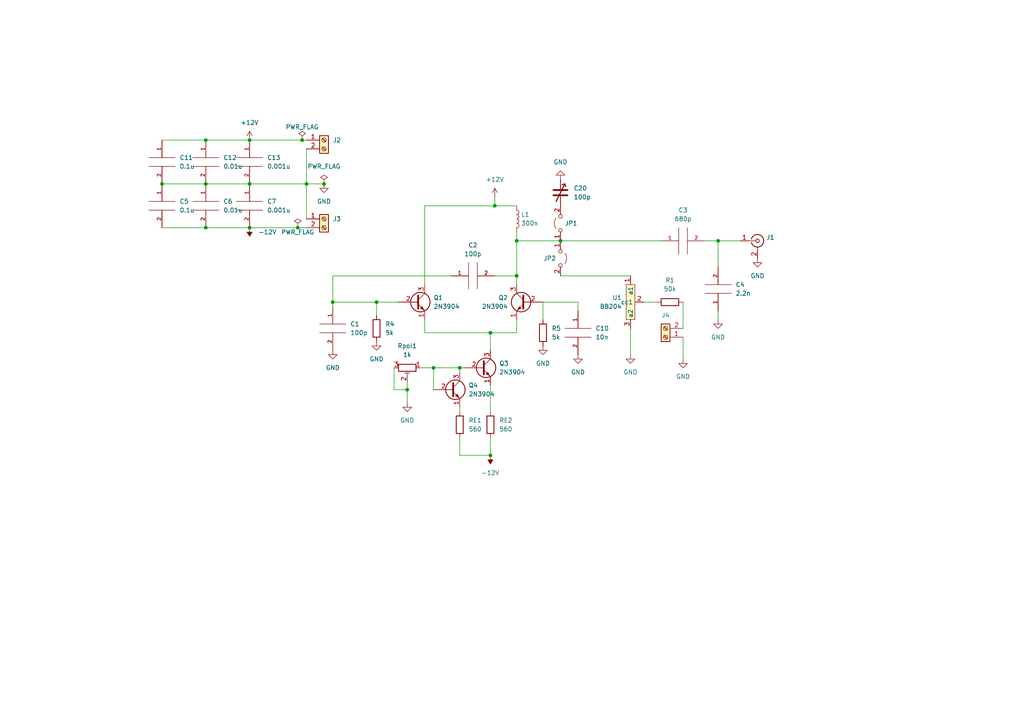
<source format=kicad_sch>
(kicad_sch (version 20211123) (generator eeschema)
  (paper "A4")
  (lib_symbols
    (symbol "Connector:Conn_Coaxial" (pin_names (offset 1.016) hide)
      (property "Reference" "J" (at 0.254 3.048 0))
      (property "Value" "Conn_Coaxial" (at 2.921 0 90))
      (symbol "Conn_Coaxial_0_1"
        (arc (start -1.778 -0.508) (mid 0.2311 -1.8066) (end 1.778 0) (stroke (width 0.254)))
        (polyline (pts (xy -2.54 0) (xy -0.508 0)))
        (polyline (pts (xy 0 -2.54) (xy 0 -1.778)))
        (circle (center 0 0) (radius 0.508) (stroke (width 0.2032)))
        (arc (start 1.778 0) (mid 0.2099 1.8101) (end -1.778 0.508) (stroke (width 0.254)))
      )
      (symbol "Conn_Coaxial_1_1"
        (pin passive line (at -5.08 0 0) (length 2.54) (name "In") (number "1"))
        (pin passive line (at 0 -5.08 90) (length 2.54) (name "Ext") (number "2"))
      )
    )
    (symbol "Connector:Screw_Terminal_01x02" (pin_names (offset 1.016) hide)
      (property "Reference" "J" (at 0 2.54 0))
      (property "Value" "Screw_Terminal_01x02" (at 0 -5.08 0))
      (symbol "Screw_Terminal_01x02_1_1"
        (rectangle (start -1.27 1.27) (end 1.27 -3.81) (stroke (width 0.254)) (fill (type background)))
        (circle (center 0 -2.54) (radius 0.635) (stroke (width 0.1524)))
        (polyline (pts (xy -0.5334 -2.2098) (xy 0.3302 -3.048)) (stroke (width 0.1524)))
        (polyline (pts (xy -0.5334 0.3302) (xy 0.3302 -0.508)) (stroke (width 0.1524)))
        (polyline (pts (xy -0.3556 -2.032) (xy 0.508 -2.8702)) (stroke (width 0.1524)))
        (polyline (pts (xy -0.3556 0.508) (xy 0.508 -0.3302)) (stroke (width 0.1524)))
        (circle (center 0 0) (radius 0.635) (stroke (width 0.1524)))
        (pin passive line (at -5.08 0 0) (length 3.81) (name "Pin_1") (number "1"))
        (pin passive line (at -5.08 -2.54 0) (length 3.81) (name "Pin_2") (number "2"))
      )
    )
    (symbol "Device:C_Variable" (pin_numbers hide) (pin_names (offset 0.254) hide)
      (property "Reference" "C" (at 0.635 -1.905 0))
      (property "Value" "C_Variable" (at 0.635 -3.81 0))
      (symbol "C_Variable_0_1"
        (polyline (pts (xy -2.032 -0.762) (xy 2.032 -0.762)) (stroke (width 0.508)))
        (polyline (pts (xy -2.032 0.762) (xy 2.032 0.762)) (stroke (width 0.508)))
        (polyline (pts (xy 1.27 2.54) (xy -1.27 -2.54)) (stroke (width 0.3048)))
        (polyline (pts (xy 1.27 2.54) (xy 0.508 2.286)) (stroke (width 0.3048)))
        (polyline (pts (xy 1.27 2.54) (xy 1.524 1.778)) (stroke (width 0.3048)))
      )
      (symbol "C_Variable_1_1"
        (pin passive line (at 0 3.81 270) (length 3.048) (name "~") (number "1"))
        (pin passive line (at 0 -3.81 90) (length 3.048) (name "~") (number "2"))
      )
    )
    (symbol "Device:L" (pin_numbers hide) (pin_names (offset 1.016) hide)
      (property "Reference" "L" (at -1.27 0 90))
      (property "Value" "L" (at 1.905 0 90))
      (symbol "L_0_1"
        (arc (start 0 -2.54) (mid 0.635 -1.905) (end 0 -1.27))
        (arc (start 0 -1.27) (mid 0.635 -0.635) (end 0 0))
        (arc (start 0 0) (mid 0.635 0.635) (end 0 1.27))
        (arc (start 0 1.27) (mid 0.635 1.905) (end 0 2.54))
      )
      (symbol "L_1_1"
        (pin passive line (at 0 3.81 270) (length 1.27) (name "1") (number "1"))
        (pin passive line (at 0 -3.81 90) (length 1.27) (name "2") (number "2"))
      )
    )
    (symbol "Device:R" (pin_numbers hide) (pin_names (offset 0))
      (property "Reference" "R" (at 2.032 0 90))
      (property "Value" "R" (at 0 0 90))
      (symbol "R_0_1"
        (rectangle (start -1.016 -2.54) (end 1.016 2.54) (stroke (width 0.254)))
      )
      (symbol "R_1_1"
        (pin passive line (at 0 3.81 270) (length 1.27) (name "~") (number "1"))
        (pin passive line (at 0 -3.81 90) (length 1.27) (name "~") (number "2"))
      )
    )
    (symbol "Device:R_Potentiometer_Trim" (pin_names (offset 1.016) hide)
      (property "Reference" "RV" (at -4.445 0 90))
      (property "Value" "R_Potentiometer_Trim" (at -2.54 0 90))
      (symbol "R_Potentiometer_Trim_0_1"
        (polyline (pts (xy 1.524 0.762) (xy 1.524 -0.762)))
        (polyline (pts (xy 2.54 0) (xy 1.524 0)))
        (rectangle (start 1.016 2.54) (end -1.016 -2.54) (stroke (width 0.254)))
      )
      (symbol "R_Potentiometer_Trim_1_1"
        (pin passive line (at 0 3.81 270) (length 1.27) (name "1") (number "1"))
        (pin passive line (at 3.81 0 180) (length 1.27) (name "2") (number "2"))
        (pin passive line (at 0 -3.81 90) (length 1.27) (name "3") (number "3"))
      )
    )
    (symbol "Jumper:Jumper_2_Open" (pin_names (offset 0) hide)
      (property "Reference" "JP" (at 0 2.794 0))
      (property "Value" "Jumper_2_Open" (at 0 -2.286 0))
      (symbol "Jumper_2_Open_0_0"
        (circle (center -2.032 0) (radius 0.508))
        (circle (center 2.032 0) (radius 0.508))
      )
      (symbol "Jumper_2_Open_0_1"
        (arc (start 1.524 1.27) (mid 0 1.778) (end -1.524 1.27))
      )
      (symbol "Jumper_2_Open_1_1"
        (pin passive line (at -5.08 0 0) (length 2.54) (name "A") (number "1"))
        (pin passive line (at 5.08 0 180) (length 2.54) (name "B") (number "2"))
      )
    )
    (symbol "New_Library:BB204"
      (property "Reference" "U" (at -8.89 -5.08 0))
      (property "Value" "BB204" (at -8.89 -7.62 0))
      (symbol "BB204_0_1"
        (rectangle (start -5.08 -5.08) (end -2.54 -15.24) (fill (type background)))
      )
      (symbol "BB204_1_1"
        (pin input line (at -3.81 -2.54 270) (length 2.54) (name "a1") (number "1"))
        (pin output line (at 0 -10.16 180) (length 2.54) (name "cc1") (number "2"))
        (pin input line (at -3.81 -17.78 90) (length 2.54) (name "a2") (number "3"))
      )
    )
    (symbol "Transistor_BJT:2N3904" (pin_names (offset 0) hide)
      (property "Reference" "Q" (at 5.08 1.905 0))
      (property "Value" "2N3904" (at 5.08 0 0))
      (symbol "2N3904_0_1"
        (polyline (pts (xy 0.635 0.635) (xy 2.54 2.54)))
        (polyline (pts (xy 0.635 -0.635) (xy 2.54 -2.54) (xy 2.54 -2.54)))
        (polyline (pts (xy 0.635 1.905) (xy 0.635 -1.905) (xy 0.635 -1.905)) (stroke (width 0.508)))
        (polyline (pts (xy 1.27 -1.778) (xy 1.778 -1.27) (xy 2.286 -2.286) (xy 1.27 -1.778) (xy 1.27 -1.778)) (fill (type outline)))
        (circle (center 1.27 0) (radius 2.8194) (stroke (width 0.254)))
      )
      (symbol "2N3904_1_1"
        (pin passive line (at 2.54 -5.08 90) (length 2.54) (name "E") (number "1"))
        (pin passive line (at -5.08 0 0) (length 5.715) (name "B") (number "2"))
        (pin passive line (at 2.54 5.08 270) (length 2.54) (name "C") (number "3"))
      )
    )
    (symbol "power:+12V" (power) (pin_names (offset 0))
      (property "Value" "+12V" (at 0 3.556 0))
      (symbol "+12V_0_1"
        (polyline (pts (xy -0.762 1.27) (xy 0 2.54)))
        (polyline (pts (xy 0 0) (xy 0 2.54)))
        (polyline (pts (xy 0 2.54) (xy 0.762 1.27)))
      )
      (symbol "+12V_1_1"
        (pin power_in line (at 0 0 90) (length 0) hide (name "+12V") (number "1"))
      )
    )
    (symbol "power:-12V" (power) (pin_names (offset 0))
      (property "Value" "-12V" (at 0 3.81 0))
      (symbol "-12V_0_0"
        (pin power_in line (at 0 0 90) (length 0) hide (name "-12V") (number "1"))
      )
      (symbol "-12V_0_1"
        (polyline (pts (xy 0 0) (xy 0 1.27) (xy 0.762 1.27) (xy 0 2.54) (xy -0.762 1.27) (xy 0 1.27)) (fill (type outline)))
      )
    )
    (symbol "power:GND" (power) (pin_names (offset 0))
      (property "Value" "GND" (at 0 -3.81 0))
      (symbol "GND_0_1"
        (polyline (pts (xy 0 0) (xy 0 -1.27) (xy 1.27 -1.27) (xy 0 -2.54) (xy -1.27 -1.27) (xy 0 -1.27)))
      )
      (symbol "GND_1_1"
        (pin power_in line (at 0 0 270) (length 0) hide (name "GND") (number "1"))
      )
    )
    (symbol "power:PWR_FLAG" (power) (pin_numbers hide) (pin_names (offset 0) hide)
      (property "Value" "PWR_FLAG" (at 0 3.81 0))
      (symbol "PWR_FLAG_0_0"
        (pin power_out line (at 0 0 90) (length 0) (name "pwr") (number "1"))
      )
      (symbol "PWR_FLAG_0_1"
        (polyline (pts (xy 0 0) (xy 0 1.27) (xy -1.016 1.905) (xy 0 2.54) (xy 1.016 1.905) (xy 0 1.27)))
      )
    )
    (symbol "pspice:CAP" (pin_names (offset 0.254))
      (property "Reference" "C" (at 2.54 3.81 90))
      (property "Value" "CAP" (at 2.54 -3.81 90))
      (symbol "CAP_0_1"
        (polyline (pts (xy -3.81 -1.27) (xy 3.81 -1.27)))
        (polyline (pts (xy -3.81 1.27) (xy 3.81 1.27)))
      )
      (symbol "CAP_1_1"
        (pin passive line (at 0 6.35 270) (length 5.08) (name "~") (number "1"))
        (pin passive line (at 0 -6.35 90) (length 5.08) (name "~") (number "2"))
      )
    )
  )
  (junction (at 59.69 66.04))
  (junction (at 125.73 106.68))
  (junction (at 118.11 113.03))
  (junction (at 87.63 40.64))
  (junction (at 72.39 53.34))
  (junction (at 142.24 96.52))
  (junction (at 72.39 40.64))
  (junction (at 59.69 53.34))
  (junction (at 93.98 53.34))
  (junction (at 96.52 87.63))
  (junction (at 149.86 80.01))
  (junction (at 142.24 132.08))
  (junction (at 88.9 53.34))
  (junction (at 149.86 69.85))
  (junction (at 46.99 53.34))
  (junction (at 59.69 40.64))
  (junction (at 109.22 87.63))
  (junction (at 133.35 106.68))
  (junction (at 72.39 66.04))
  (junction (at 143.51 59.69))
  (junction (at 86.36 66.04))
  (junction (at 162.56 69.85))
  (junction (at 208.28 69.85))
  (wire (pts (xy 87.63 40.64) (xy 88.9 40.64)))
  (wire (pts (xy 208.28 90.17) (xy 208.28 92.71)))
  (wire (pts (xy 133.35 118.11) (xy 133.35 119.38)))
  (wire (pts (xy 157.48 87.63) (xy 157.48 92.71)))
  (wire (pts (xy 88.9 53.34) (xy 88.9 63.5)))
  (wire (pts (xy 123.19 59.69) (xy 123.19 82.55)))
  (wire (pts (xy 125.73 106.68) (xy 125.73 113.03)))
  (wire (pts (xy 133.35 106.68) (xy 133.35 107.95)))
  (wire (pts (xy 133.35 106.68) (xy 134.62 106.68)))
  (wire (pts (xy 114.3 106.68) (xy 114.3 113.03)))
  (wire (pts (xy 123.19 59.69) (xy 143.51 59.69)))
  (wire (pts (xy 121.92 106.68) (xy 125.73 106.68)))
  (wire (pts (xy 123.19 92.71) (xy 123.19 96.52)))
  (wire (pts (xy 59.69 53.34) (xy 72.39 53.34)))
  (wire (pts (xy 162.56 80.01) (xy 182.88 80.01)))
  (wire (pts (xy 46.99 66.04) (xy 59.69 66.04)))
  (wire (pts (xy 86.36 66.04) (xy 88.9 66.04)))
  (wire (pts (xy 208.28 69.85) (xy 208.28 77.47)))
  (wire (pts (xy 142.24 132.08) (xy 142.24 127)))
  (wire (pts (xy 96.52 87.63) (xy 109.22 87.63)))
  (wire (pts (xy 96.52 80.01) (xy 96.52 87.63)))
  (wire (pts (xy 204.47 69.85) (xy 208.28 69.85)))
  (wire (pts (xy 162.56 69.85) (xy 191.77 69.85)))
  (wire (pts (xy 125.73 106.68) (xy 133.35 106.68)))
  (wire (pts (xy 149.86 69.85) (xy 162.56 69.85)))
  (wire (pts (xy 133.35 132.08) (xy 133.35 127)))
  (wire (pts (xy 114.3 113.03) (xy 118.11 113.03)))
  (wire (pts (xy 72.39 53.34) (xy 88.9 53.34)))
  (wire (pts (xy 198.12 97.79) (xy 198.12 104.14)))
  (wire (pts (xy 149.86 67.31) (xy 149.86 69.85)))
  (wire (pts (xy 96.52 80.01) (xy 130.81 80.01)))
  (wire (pts (xy 149.86 82.55) (xy 149.86 80.01)))
  (wire (pts (xy 186.69 87.63) (xy 190.5 87.63)))
  (wire (pts (xy 59.69 40.64) (xy 72.39 40.64)))
  (wire (pts (xy 93.98 53.34) (xy 88.9 53.34)))
  (wire (pts (xy 59.69 66.04) (xy 72.39 66.04)))
  (wire (pts (xy 109.22 87.63) (xy 115.57 87.63)))
  (wire (pts (xy 182.88 95.25) (xy 182.88 102.87)))
  (wire (pts (xy 118.11 116.84) (xy 118.11 113.03)))
  (wire (pts (xy 109.22 87.63) (xy 109.22 91.44)))
  (wire (pts (xy 149.86 59.69) (xy 143.51 59.69)))
  (wire (pts (xy 142.24 96.52) (xy 149.86 96.52)))
  (wire (pts (xy 143.51 57.15) (xy 143.51 59.69)))
  (wire (pts (xy 167.64 87.63) (xy 167.64 90.17)))
  (wire (pts (xy 72.39 66.04) (xy 86.36 66.04)))
  (wire (pts (xy 118.11 113.03) (xy 118.11 110.49)))
  (wire (pts (xy 157.48 87.63) (xy 167.64 87.63)))
  (wire (pts (xy 143.51 80.01) (xy 149.86 80.01)))
  (wire (pts (xy 142.24 111.76) (xy 142.24 119.38)))
  (wire (pts (xy 46.99 40.64) (xy 59.69 40.64)))
  (wire (pts (xy 149.86 69.85) (xy 149.86 80.01)))
  (wire (pts (xy 72.39 40.64) (xy 87.63 40.64)))
  (wire (pts (xy 142.24 96.52) (xy 142.24 101.6)))
  (wire (pts (xy 123.19 96.52) (xy 142.24 96.52)))
  (wire (pts (xy 208.28 69.85) (xy 214.63 69.85)))
  (wire (pts (xy 96.52 87.63) (xy 96.52 88.9)))
  (wire (pts (xy 198.12 87.63) (xy 198.12 95.25)))
  (wire (pts (xy 149.86 92.71) (xy 149.86 96.52)))
  (wire (pts (xy 88.9 43.18) (xy 88.9 53.34)))
  (wire (pts (xy 46.99 53.34) (xy 59.69 53.34)))
  (wire (pts (xy 133.35 132.08) (xy 142.24 132.08)))
  (symbol (lib_id "power:GND") (at 182.88 102.87 0) (unit 1)
    (property "Reference" "#PWR02" (effects hide))
    (property "Value" "GND" (at 182.88 107.95 0))
  )
  (symbol (lib_id "Device:R") (at 133.35 123.19 0) (unit 1)
    (property "Reference" "RE1" (at 135.89 121.9199 0) (effects (justify left)))
    (property "Value" "560" (at 135.89 124.4599 0) (effects (justify left)))
    (property "Footprint" "Resistor_THT:R_Axial_DIN0411_L9.9mm_D3.6mm_P12.70mm_Horizontal" (effects hide))
  )
  (symbol (lib_id "pspice:CAP") (at 72.39 59.69 0) (unit 1)
    (property "Reference" "C7" (at 77.47 58.4199 0) (effects (justify left)))
    (property "Value" "0.001u" (at 77.47 60.9599 0) (effects (justify left)))
    (property "Footprint" "Capacitor_THT:C_Disc_D7.5mm_W5.0mm_P5.00mm" (effects hide))
  )
  (symbol (lib_id "Device:L") (at 149.86 63.5 0) (unit 1)
    (property "Reference" "L1" (at 151.13 62.2299 0) (effects (justify left)))
    (property "Value" "300n" (at 151.13 64.7699 0) (effects (justify left)))
    (property "Footprint" "Inductor_THT:L_Radial_D13.5mm_P7.00mm_Fastron_09HCP" (effects hide))
  )
  (symbol (lib_id "power:GND") (at 118.11 116.84 0) (unit 1)
    (property "Reference" "#PWR0111" (effects hide))
    (property "Value" "GND" (at 118.11 121.92 0))
  )
  (symbol (lib_id "pspice:CAP") (at 46.99 59.69 0) (unit 1)
    (property "Reference" "C5" (at 52.07 58.4199 0) (effects (justify left)))
    (property "Value" "0.1u" (at 52.07 60.9599 0) (effects (justify left)))
    (property "Footprint" "Capacitor_THT:C_Disc_D7.5mm_W5.0mm_P5.00mm" (effects hide))
  )
  (symbol (lib_id "Jumper:Jumper_2_Open") (at 162.56 74.93 270) (unit 1)
    (property "Reference" "JP2" (at 161.29 74.9301 90) (effects (justify right)))
    (property "Value" "Jumper_2_Open" (effects hide))
    (property "Footprint" "Connector_PinHeader_2.54mm:PinHeader_1x02_P2.54mm_Vertical" (effects hide))
  )
  (symbol (lib_id "power:GND") (at 167.64 102.87 0) (unit 1)
    (property "Reference" "#PWR0105" (effects hide))
    (property "Value" "GND" (at 167.64 107.95 0))
  )
  (symbol (lib_id "Device:R") (at 157.48 96.52 0) (unit 1)
    (property "Reference" "R5" (at 160.02 95.2499 0) (effects (justify left)))
    (property "Value" "5k" (at 160.02 97.7899 0) (effects (justify left)))
    (property "Footprint" "Resistor_THT:R_Axial_DIN0411_L9.9mm_D3.6mm_P12.70mm_Horizontal" (effects hide))
  )
  (symbol (lib_id "Transistor_BJT:2N3904") (at 130.81 113.03 0) (unit 1)
    (property "Reference" "Q4" (at 135.89 111.7599 0) (effects (justify left)))
    (property "Value" "2N3904" (at 135.89 114.2999 0) (effects (justify left)))
    (property "Footprint" "Package_TO_SOT_THT:TO-92_Wide" (effects hide))
    (property "Datasheet" "https://www.onsemi.com/pub/Collateral/2N3903-D.PDF" (effects hide))
  )
  (symbol (lib_id "Transistor_BJT:2N3904") (at 152.4 87.63 0) (mirror y) (unit 1)
    (property "Reference" "Q2" (at 147.32 86.3599 0) (effects (justify left)))
    (property "Value" "2N3904" (at 147.32 88.8999 0) (effects (justify left)))
    (property "Footprint" "Package_TO_SOT_THT:TO-92_Wide" (effects hide))
    (property "Datasheet" "https://www.onsemi.com/pub/Collateral/2N3903-D.PDF" (effects hide))
  )
  (symbol (lib_id "Jumper:Jumper_2_Open") (at 162.56 64.77 90) (unit 1)
    (property "Reference" "JP1" (at 163.83 64.7699 90) (effects (justify right)))
    (property "Value" "Jumper_2_Open" (effects hide))
    (property "Footprint" "Connector_PinHeader_2.54mm:PinHeader_1x02_P2.54mm_Vertical" (effects hide))
  )
  (symbol (lib_id "power:PWR_FLAG") (at 86.36 66.04 0) (unit 1)
    (property "Reference" "#FLG0101" (effects hide))
    (property "Value" "PWR_FLAG" (at 86.36 67.31 0))
  )
  (symbol (lib_id "pspice:CAP") (at 96.52 95.25 0) (unit 1)
    (property "Reference" "C1" (at 101.6 93.9799 0) (effects (justify left)))
    (property "Value" "100p" (at 101.6 96.5199 0) (effects (justify left)))
    (property "Footprint" "Capacitor_THT:C_Disc_D7.5mm_W5.0mm_P5.00mm" (effects hide))
  )
  (symbol (lib_id "pspice:CAP") (at 137.16 80.01 90) (unit 1)
    (property "Reference" "C2" (at 137.16 71.12 90))
    (property "Value" "100p" (at 137.16 73.66 90))
    (property "Footprint" "Capacitor_THT:C_Disc_D7.5mm_W5.0mm_P5.00mm" (effects hide))
  )
  (symbol (lib_id "Device:R") (at 109.22 95.25 0) (unit 1)
    (property "Reference" "R4" (at 111.76 93.9799 0) (effects (justify left)))
    (property "Value" "5k" (at 111.76 96.5199 0) (effects (justify left)))
    (property "Footprint" "Resistor_THT:R_Axial_DIN0411_L9.9mm_D3.6mm_P12.70mm_Horizontal" (effects hide))
  )
  (symbol (lib_id "power:GND") (at 208.28 92.71 0) (unit 1)
    (property "Reference" "#PWR0106" (effects hide))
    (property "Value" "GND" (at 208.28 97.79 0))
  )
  (symbol (lib_id "power:-12V") (at 142.24 132.08 180) (unit 1)
    (property "Reference" "#PWR0107" (effects hide))
    (property "Value" "-12V" (at 142.24 137.16 0))
  )
  (symbol (lib_id "power:GND") (at 157.48 100.33 0) (unit 1)
    (property "Reference" "#PWR0104" (effects hide))
    (property "Value" "GND" (at 157.48 105.41 0))
  )
  (symbol (lib_id "Connector:Screw_Terminal_01x02") (at 93.98 63.5 0) (unit 1)
    (property "Reference" "J3" (at 96.52 63.4999 0) (effects (justify left)))
    (property "Value" "Screw_Terminal_01x02" (effects hide))
    (property "Footprint" "TerminalBlock_Phoenix:TerminalBlock_Phoenix_MKDS-1,5-2_1x02_P5.00mm_Horizontal" (effects hide))
  )
  (symbol (lib_id "power:GND") (at 219.71 74.93 0) (unit 1)
    (property "Reference" "#PWR0103" (effects hide))
    (property "Value" "GND" (at 219.71 80.01 0))
  )
  (symbol (lib_id "pspice:CAP") (at 167.64 96.52 0) (unit 1)
    (property "Reference" "C10" (at 172.72 95.2499 0) (effects (justify left)))
    (property "Value" "10n" (at 172.72 97.7899 0) (effects (justify left)))
    (property "Footprint" "Capacitor_THT:C_Disc_D7.5mm_W5.0mm_P5.00mm" (effects hide))
  )
  (symbol (lib_id "pspice:CAP") (at 208.28 83.82 180) (unit 1)
    (property "Reference" "C4" (at 213.36 82.5499 0) (effects (justify right)))
    (property "Value" "2.2n" (at 213.36 85.0899 0) (effects (justify right)))
    (property "Footprint" "Capacitor_THT:C_Disc_D7.5mm_W5.0mm_P5.00mm" (effects hide))
  )
  (symbol (lib_id "power:GND") (at 162.56 52.07 180) (unit 1)
    (property "Reference" "#PWR01" (effects hide))
    (property "Value" "GND" (at 162.56 46.99 0))
  )
  (symbol (lib_id "pspice:CAP") (at 59.69 46.99 0) (unit 1)
    (property "Reference" "C12" (at 64.77 45.7199 0) (effects (justify left)))
    (property "Value" "0.01u" (at 64.77 48.2599 0) (effects (justify left)))
    (property "Footprint" "Capacitor_THT:C_Disc_D7.5mm_W5.0mm_P5.00mm" (effects hide))
  )
  (symbol (lib_id "New_Library:BB204") (at 186.69 77.47 0) (unit 1)
    (property "Reference" "U1" (at 180.34 86.3599 0) (effects (justify right)))
    (property "Value" "BB204" (at 180.34 88.8999 0) (effects (justify right)))
    (property "Footprint" "Package_TO_SOT_THT:TO-92_Wide" (effects hide))
  )
  (symbol (lib_id "power:GND") (at 96.52 101.6 0) (unit 1)
    (property "Reference" "#PWR0110" (effects hide))
    (property "Value" "GND" (at 96.52 106.68 0))
  )
  (symbol (lib_id "pspice:CAP") (at 198.12 69.85 90) (unit 1)
    (property "Reference" "C3" (at 198.12 60.96 90))
    (property "Value" "680p" (at 198.12 63.5 90))
    (property "Footprint" "Capacitor_THT:C_Disc_D7.5mm_W5.0mm_P5.00mm" (effects hide))
  )
  (symbol (lib_id "pspice:CAP") (at 72.39 46.99 0) (unit 1)
    (property "Reference" "C13" (at 77.47 45.7199 0) (effects (justify left)))
    (property "Value" "0.001u" (at 77.47 48.2599 0) (effects (justify left)))
    (property "Footprint" "Capacitor_THT:C_Disc_D7.5mm_W5.0mm_P5.00mm" (effects hide))
  )
  (symbol (lib_id "Device:R") (at 194.31 87.63 90) (unit 1)
    (property "Reference" "R1" (at 194.31 81.28 90))
    (property "Value" "50k" (at 194.31 83.82 90))
    (property "Footprint" "Resistor_THT:R_Axial_DIN0411_L9.9mm_D3.6mm_P12.70mm_Horizontal" (effects hide))
  )
  (symbol (lib_id "power:+12V") (at 143.51 57.15 0) (unit 1)
    (property "Reference" "#PWR0108" (effects hide))
    (property "Value" "+12V" (at 143.51 52.07 0))
  )
  (symbol (lib_id "power:PWR_FLAG") (at 87.63 40.64 0) (unit 1)
    (property "Reference" "#FLG0102" (effects hide))
    (property "Value" "PWR_FLAG" (at 87.63 36.83 0))
  )
  (symbol (lib_id "Device:R") (at 142.24 123.19 0) (unit 1)
    (property "Reference" "RE2" (at 144.78 121.9199 0) (effects (justify left)))
    (property "Value" "560" (at 144.78 124.4599 0) (effects (justify left)))
    (property "Footprint" "Resistor_THT:R_Axial_DIN0411_L9.9mm_D3.6mm_P12.70mm_Horizontal" (effects hide))
  )
  (symbol (lib_id "power:PWR_FLAG") (at 93.98 53.34 0) (unit 1)
    (property "Reference" "#FLG0103" (effects hide))
    (property "Value" "PWR_FLAG" (at 93.98 48.26 0))
  )
  (symbol (lib_id "Connector:Screw_Terminal_01x02") (at 193.04 97.79 180) (unit 1)
    (property "Reference" "J4" (at 193.04 91.44 0))
    (property "Value" "Screw_Terminal_01x02" (effects hide))
    (property "Footprint" "TerminalBlock_Phoenix:TerminalBlock_Phoenix_MKDS-1,5-2_1x02_P5.00mm_Horizontal" (effects hide))
  )
  (symbol (lib_id "Connector:Screw_Terminal_01x02") (at 93.98 40.64 0) (unit 1)
    (property "Reference" "J2" (at 96.52 40.6399 0) (effects (justify left)))
    (property "Value" "Screw_Terminal_01x02" (effects hide))
    (property "Footprint" "TerminalBlock_Phoenix:TerminalBlock_Phoenix_MKDS-1,5-2_1x02_P5.00mm_Horizontal" (effects hide))
  )
  (symbol (lib_id "power:GND") (at 93.98 53.34 0) (unit 1)
    (property "Reference" "#PWR0109" (effects hide))
    (property "Value" "GND" (at 93.98 58.42 0))
  )
  (symbol (lib_id "pspice:CAP") (at 59.69 59.69 0) (unit 1)
    (property "Reference" "C6" (at 64.77 58.4199 0) (effects (justify left)))
    (property "Value" "0.01u" (at 64.77 60.9599 0) (effects (justify left)))
    (property "Footprint" "Capacitor_THT:C_Disc_D7.5mm_W5.0mm_P5.00mm" (effects hide))
  )
  (symbol (lib_id "Connector:Conn_Coaxial") (at 219.71 69.85 0) (unit 1)
    (property "Reference" "J1" (at 222.25 68.8731 0) (effects (justify left)))
    (property "Value" "Conn_Coaxial" (effects hide))
    (property "Footprint" "Connector_Coaxial:BNC_Amphenol_B6252HB-NPP3G-50_Horizontal" (effects hide))
    (property "Datasheet" " ~" (effects hide))
  )
  (symbol (lib_id "Transistor_BJT:2N3904") (at 139.7 106.68 0) (unit 1)
    (property "Reference" "Q3" (at 144.78 105.4099 0) (effects (justify left)))
    (property "Value" "2N3904" (at 144.78 107.9499 0) (effects (justify left)))
    (property "Footprint" "Package_TO_SOT_THT:TO-92_Wide" (effects hide))
    (property "Datasheet" "https://www.onsemi.com/pub/Collateral/2N3903-D.PDF" (effects hide))
  )
  (symbol (lib_id "Transistor_BJT:2N3904") (at 120.65 87.63 0) (unit 1)
    (property "Reference" "Q1" (at 125.73 86.3599 0) (effects (justify left)))
    (property "Value" "2N3904" (at 125.73 88.8999 0) (effects (justify left)))
    (property "Footprint" "Package_TO_SOT_THT:TO-92_Wide" (effects hide))
    (property "Datasheet" "https://www.onsemi.com/pub/Collateral/2N3903-D.PDF" (effects hide))
  )
  (symbol (lib_id "power:GND") (at 198.12 104.14 0) (unit 1)
    (property "Reference" "#PWR03" (effects hide))
    (property "Value" "GND" (at 198.12 109.22 0))
  )
  (symbol (lib_id "pspice:CAP") (at 46.99 46.99 0) (unit 1)
    (property "Reference" "C11" (at 52.07 45.7199 0) (effects (justify left)))
    (property "Value" "0.1u" (at 52.07 48.2599 0) (effects (justify left)))
    (property "Footprint" "Capacitor_THT:C_Disc_D7.5mm_W5.0mm_P5.00mm" (effects hide))
  )
  (symbol (lib_id "Device:R_Potentiometer_Trim") (at 118.11 106.68 270) (unit 1)
    (property "Reference" "Rpol1" (at 118.11 100.33 90))
    (property "Value" "1k" (at 118.11 102.87 90))
    (property "Footprint" "Potentiometer_THT:Potentiometer_Bourns_3266Y_Vertical" (effects hide))
  )
  (symbol (lib_id "power:+12V") (at 72.39 40.64 0) (unit 1)
    (property "Reference" "#PWR0101" (effects hide))
    (property "Value" "+12V" (at 72.39 35.56 0))
  )
  (symbol (lib_id "power:-12V") (at 72.39 66.04 180) (unit 1)
    (property "Reference" "#PWR0102" (effects hide))
    (property "Value" "-12V" (at 74.93 67.3099 0) (effects (justify right)))
  )
  (symbol (lib_id "power:GND") (at 109.22 99.06 0) (unit 1)
    (property "Reference" "#PWR0112" (effects hide))
    (property "Value" "GND" (at 109.22 104.14 0))
  )
  (symbol (lib_id "Device:C_Variable") (at 162.56 55.88 0) (unit 1)
    (property "Reference" "C20" (at 166.37 54.6099 0) (effects (justify left)))
    (property "Value" "100p" (at 166.37 57.1499 0) (effects (justify left)))
    (property "Footprint" "Capacitor_THT:CP_Radial_Tantal_D6.0mm_P5.00mm" (effects hide))
  )
)
</source>
